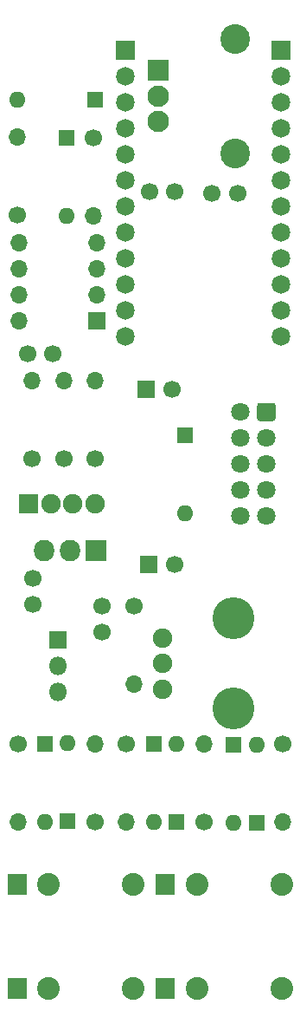
<source format=gbr>
%TF.GenerationSoftware,KiCad,Pcbnew,(5.1.6)-1*%
%TF.CreationDate,2021-07-09T22:50:56+02:00*%
%TF.ProjectId,Quantizer,5175616e-7469-47a6-9572-2e6b69636164,rev?*%
%TF.SameCoordinates,Original*%
%TF.FileFunction,Soldermask,Bot*%
%TF.FilePolarity,Negative*%
%FSLAX46Y46*%
G04 Gerber Fmt 4.6, Leading zero omitted, Abs format (unit mm)*
G04 Created by KiCad (PCBNEW (5.1.6)-1) date 2021-07-09 22:50:56*
%MOMM*%
%LPD*%
G01*
G04 APERTURE LIST*
%ADD10R,2.100000X2.100000*%
%ADD11C,2.100000*%
%ADD12C,2.900000*%
%ADD13C,1.827200*%
%ADD14R,1.827200X1.827200*%
%ADD15O,2.005000X2.100000*%
%ADD16R,2.005000X2.100000*%
%ADD17C,1.800000*%
%ADD18O,1.600000X1.600000*%
%ADD19R,1.600000X1.600000*%
%ADD20C,1.700000*%
%ADD21R,1.700000X1.700000*%
%ADD22O,1.800000X1.800000*%
%ADD23R,1.800000X1.800000*%
%ADD24C,1.900000*%
%ADD25R,1.900000X1.900000*%
%ADD26C,4.100000*%
%ADD27O,1.700000X1.700000*%
%ADD28C,2.230000*%
%ADD29R,1.930000X2.030000*%
G04 APERTURE END LIST*
D10*
%TO.C,SW1*%
X187599600Y-67335400D03*
D11*
X187599600Y-69835400D03*
X187599600Y-72335400D03*
D12*
X195099600Y-64235400D03*
X195099600Y-75435400D03*
%TD*%
D13*
%TO.C,XA1*%
X199580600Y-93345000D03*
X199580600Y-90805000D03*
X199580600Y-88265000D03*
X199580600Y-85725000D03*
X199580600Y-83185000D03*
X199580600Y-80645000D03*
X199580600Y-78105000D03*
X199580600Y-75565000D03*
X199580600Y-73025000D03*
X199580600Y-70485000D03*
X199580600Y-67945000D03*
D14*
X199580600Y-65405000D03*
D13*
X184340600Y-93345000D03*
D14*
X184340600Y-65405000D03*
D13*
X184340600Y-67945000D03*
X184340600Y-70485000D03*
X184340600Y-73025000D03*
X184340600Y-75565000D03*
X184340600Y-78105000D03*
X184340600Y-80645000D03*
X184340600Y-83185000D03*
X184340600Y-85725000D03*
X184340600Y-88265000D03*
X184340600Y-90805000D03*
%TD*%
D15*
%TO.C,U2*%
X176441200Y-114223800D03*
X178981200Y-114223800D03*
D16*
X181521200Y-114223800D03*
%TD*%
D17*
%TO.C,J5*%
X195630800Y-110845600D03*
X195630800Y-108305600D03*
X195630800Y-105765600D03*
X195630800Y-103225600D03*
X195630800Y-100685600D03*
X198170800Y-110845600D03*
X198170800Y-108305600D03*
X198170800Y-105765600D03*
X198170800Y-103225600D03*
G36*
G01*
X199070800Y-100050306D02*
X199070800Y-101320894D01*
G75*
G02*
X198806094Y-101585600I-264706J0D01*
G01*
X197535506Y-101585600D01*
G75*
G02*
X197270800Y-101320894I0J264706D01*
G01*
X197270800Y-100050306D01*
G75*
G02*
X197535506Y-99785600I264706J0D01*
G01*
X198806094Y-99785600D01*
G75*
G02*
X199070800Y-100050306I0J-264706D01*
G01*
G37*
%TD*%
D18*
%TO.C,D10*%
X190233400Y-110591600D03*
D19*
X190233400Y-102971600D03*
%TD*%
D20*
%TO.C,C7*%
X175298200Y-119441600D03*
X175298200Y-116941600D03*
%TD*%
%TO.C,C6*%
X189159800Y-115595400D03*
D21*
X186659800Y-115595400D03*
%TD*%
D20*
%TO.C,C5*%
X188898000Y-98501200D03*
D21*
X186398000Y-98501200D03*
%TD*%
D22*
%TO.C,SW2*%
X177769800Y-128041400D03*
X177769800Y-125501400D03*
D23*
X177769800Y-122961400D03*
%TD*%
D24*
%TO.C,D7*%
X181368800Y-109651800D03*
X179209800Y-109651800D03*
X177050800Y-109651800D03*
D25*
X174891800Y-109651800D03*
%TD*%
D26*
%TO.C,RV1*%
X194980600Y-129662000D03*
X194980600Y-120862000D03*
D24*
X187980600Y-127762000D03*
X187980600Y-125262000D03*
X187980600Y-122762000D03*
%TD*%
D27*
%TO.C,R10*%
X178320800Y-97663000D03*
D20*
X178320800Y-105283000D03*
%TD*%
D27*
%TO.C,R9*%
X181419600Y-97663000D03*
D20*
X181419600Y-105283000D03*
%TD*%
D27*
%TO.C,R8*%
X175222000Y-97663000D03*
D20*
X175222000Y-105283000D03*
%TD*%
D27*
%TO.C,R6*%
X199783800Y-140741400D03*
D20*
X199783800Y-133121400D03*
%TD*%
D27*
%TO.C,R5*%
X181368800Y-133070600D03*
D20*
X181368800Y-140690600D03*
%TD*%
D27*
%TO.C,R4*%
X192062200Y-133096000D03*
D20*
X192062200Y-140716000D03*
%TD*%
D27*
%TO.C,R3*%
X173825000Y-140690600D03*
D20*
X173825000Y-133070600D03*
%TD*%
D27*
%TO.C,R2*%
X184467600Y-140690600D03*
D20*
X184467600Y-133070600D03*
%TD*%
D27*
%TO.C,R1*%
X185212000Y-127279400D03*
D20*
X185212000Y-119659400D03*
%TD*%
D28*
%TO.C,J3*%
X199677600Y-146812000D03*
D29*
X188277600Y-146812000D03*
D28*
X191377600Y-146812000D03*
%TD*%
%TO.C,J2*%
X185148800Y-146812000D03*
D29*
X173748800Y-146812000D03*
D28*
X176848800Y-146812000D03*
%TD*%
%TO.C,J1*%
X185148800Y-156946600D03*
D29*
X173748800Y-156946600D03*
D28*
X176848800Y-156946600D03*
%TD*%
D18*
%TO.C,D9*%
X173807400Y-70205600D03*
D19*
X181427400Y-70205600D03*
%TD*%
D18*
%TO.C,D6*%
X197200800Y-133172200D03*
D19*
X197200800Y-140792200D03*
%TD*%
D18*
%TO.C,D5*%
X194907000Y-140792200D03*
D19*
X194907000Y-133172200D03*
%TD*%
D18*
%TO.C,D4*%
X178709600Y-133019800D03*
D19*
X178709600Y-140639800D03*
%TD*%
D18*
%TO.C,D3*%
X176492000Y-140716000D03*
D19*
X176492000Y-133096000D03*
%TD*%
D18*
%TO.C,D2*%
X189377600Y-133096000D03*
D19*
X189377600Y-140716000D03*
%TD*%
D18*
%TO.C,D1*%
X187134600Y-140741400D03*
D19*
X187134600Y-133121400D03*
%TD*%
D20*
%TO.C,C3*%
X195332000Y-79349600D03*
X192832000Y-79349600D03*
%TD*%
%TO.C,C2*%
X189210600Y-79197200D03*
X186710600Y-79197200D03*
%TD*%
%TO.C,C1*%
X182062400Y-119648600D03*
X182062400Y-122148600D03*
%TD*%
D27*
%TO.C,U1*%
X173942400Y-91770200D03*
X181562400Y-84150200D03*
X173942400Y-89230200D03*
X181562400Y-86690200D03*
X173942400Y-86690200D03*
X181562400Y-89230200D03*
X173942400Y-84150200D03*
D21*
X181562400Y-91770200D03*
%TD*%
D28*
%TO.C,J4*%
X199677600Y-156946600D03*
D29*
X188277600Y-156946600D03*
D28*
X191377600Y-156946600D03*
%TD*%
D18*
%TO.C,D8*%
X178574800Y-81508600D03*
D19*
X178574800Y-73888600D03*
%TD*%
D27*
%TO.C,R12*%
X173807400Y-73863200D03*
D20*
X173807400Y-81483200D03*
%TD*%
D27*
%TO.C,R7*%
X181191000Y-81508600D03*
D20*
X181191000Y-73888600D03*
%TD*%
%TO.C,C4*%
X177264800Y-94970600D03*
X174764800Y-94970600D03*
%TD*%
M02*

</source>
